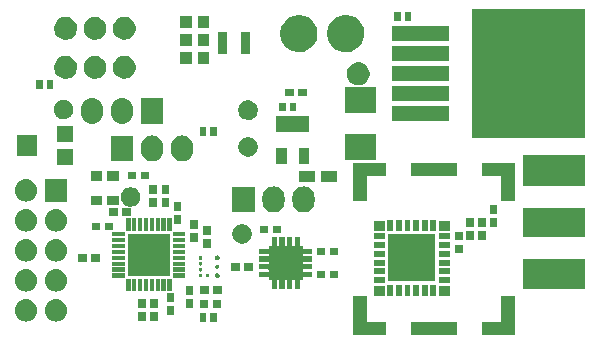
<source format=gbr>
G04 #@! TF.FileFunction,Soldermask,Top*
%FSLAX46Y46*%
G04 Gerber Fmt 4.6, Leading zero omitted, Abs format (unit mm)*
G04 Created by KiCad (PCBNEW 4.0.1-stable) date 2/4/2017 12:52:28 PM*
%MOMM*%
G01*
G04 APERTURE LIST*
%ADD10C,0.100000*%
G04 APERTURE END LIST*
D10*
G36*
X137572200Y-112783000D02*
X137574211Y-112797153D01*
X137580086Y-112810184D01*
X137589358Y-112821064D01*
X137601294Y-112828929D01*
X137614949Y-112833158D01*
X137623000Y-112833800D01*
X139232200Y-112833800D01*
X139232200Y-113986200D01*
X136419800Y-113986200D01*
X136419800Y-110703800D01*
X137572200Y-110703800D01*
X137572200Y-112783000D01*
X137572200Y-112783000D01*
G37*
G36*
X145232200Y-113986200D02*
X141279800Y-113986200D01*
X141279800Y-112833800D01*
X145232200Y-112833800D01*
X145232200Y-113986200D01*
X145232200Y-113986200D01*
G37*
G36*
X150092200Y-113986200D02*
X147279800Y-113986200D01*
X147279800Y-112833800D01*
X148889000Y-112833800D01*
X148903153Y-112831789D01*
X148916184Y-112825914D01*
X148927064Y-112816642D01*
X148934929Y-112804706D01*
X148939158Y-112791051D01*
X148939800Y-112783000D01*
X148939800Y-110703800D01*
X150092200Y-110703800D01*
X150092200Y-113986200D01*
X150092200Y-113986200D01*
G37*
G36*
X124868700Y-112834700D02*
X124316300Y-112834700D01*
X124316300Y-112082300D01*
X124868700Y-112082300D01*
X124868700Y-112834700D01*
X124868700Y-112834700D01*
G37*
G36*
X123968700Y-112834700D02*
X123416300Y-112834700D01*
X123416300Y-112082300D01*
X123968700Y-112082300D01*
X123968700Y-112834700D01*
X123968700Y-112834700D01*
G37*
G36*
X108900926Y-110961842D02*
X108900931Y-110961844D01*
X108900973Y-110961848D01*
X109076187Y-111016086D01*
X109237529Y-111103323D01*
X109378855Y-111220238D01*
X109494779Y-111362376D01*
X109580888Y-111524323D01*
X109633902Y-111699912D01*
X109651800Y-111882453D01*
X109651800Y-111891580D01*
X109651723Y-111902612D01*
X109651722Y-111902617D01*
X109651708Y-111904669D01*
X109631263Y-112086942D01*
X109575803Y-112261774D01*
X109487442Y-112422503D01*
X109369544Y-112563008D01*
X109226600Y-112677938D01*
X109064055Y-112762914D01*
X108888101Y-112814701D01*
X108888065Y-112814704D01*
X108888056Y-112814707D01*
X108705442Y-112831326D01*
X108523074Y-112812158D01*
X108523069Y-112812156D01*
X108523027Y-112812152D01*
X108347813Y-112757914D01*
X108186471Y-112670677D01*
X108045145Y-112553762D01*
X107929221Y-112411624D01*
X107843112Y-112249677D01*
X107790098Y-112074088D01*
X107772200Y-111891547D01*
X107772200Y-111882420D01*
X107772277Y-111871388D01*
X107772278Y-111871383D01*
X107772292Y-111869331D01*
X107792737Y-111687058D01*
X107848197Y-111512226D01*
X107936558Y-111351497D01*
X108054456Y-111210992D01*
X108197400Y-111096062D01*
X108359945Y-111011086D01*
X108535899Y-110959299D01*
X108535935Y-110959296D01*
X108535944Y-110959293D01*
X108718558Y-110942674D01*
X108900926Y-110961842D01*
X108900926Y-110961842D01*
G37*
G36*
X111440926Y-110961842D02*
X111440931Y-110961844D01*
X111440973Y-110961848D01*
X111616187Y-111016086D01*
X111777529Y-111103323D01*
X111918855Y-111220238D01*
X112034779Y-111362376D01*
X112120888Y-111524323D01*
X112173902Y-111699912D01*
X112191800Y-111882453D01*
X112191800Y-111891580D01*
X112191723Y-111902612D01*
X112191722Y-111902617D01*
X112191708Y-111904669D01*
X112171263Y-112086942D01*
X112115803Y-112261774D01*
X112027442Y-112422503D01*
X111909544Y-112563008D01*
X111766600Y-112677938D01*
X111604055Y-112762914D01*
X111428101Y-112814701D01*
X111428065Y-112814704D01*
X111428056Y-112814707D01*
X111245442Y-112831326D01*
X111063074Y-112812158D01*
X111063069Y-112812156D01*
X111063027Y-112812152D01*
X110887813Y-112757914D01*
X110726471Y-112670677D01*
X110585145Y-112553762D01*
X110469221Y-112411624D01*
X110383112Y-112249677D01*
X110330098Y-112074088D01*
X110312200Y-111891547D01*
X110312200Y-111882420D01*
X110312277Y-111871388D01*
X110312278Y-111871383D01*
X110312292Y-111869331D01*
X110332737Y-111687058D01*
X110388197Y-111512226D01*
X110476558Y-111351497D01*
X110594456Y-111210992D01*
X110737400Y-111096062D01*
X110899945Y-111011086D01*
X111075899Y-110959299D01*
X111075935Y-110959296D01*
X111075944Y-110959293D01*
X111258558Y-110942674D01*
X111440926Y-110961842D01*
X111440926Y-110961842D01*
G37*
G36*
X118842600Y-112787800D02*
X118190200Y-112787800D01*
X118190200Y-112035400D01*
X118842600Y-112035400D01*
X118842600Y-112787800D01*
X118842600Y-112787800D01*
G37*
G36*
X119871300Y-112775100D02*
X119218900Y-112775100D01*
X119218900Y-112022700D01*
X119871300Y-112022700D01*
X119871300Y-112775100D01*
X119871300Y-112775100D01*
G37*
G36*
X121281000Y-112305200D02*
X120628600Y-112305200D01*
X120628600Y-111552800D01*
X121281000Y-111552800D01*
X121281000Y-112305200D01*
X121281000Y-112305200D01*
G37*
G36*
X118842600Y-111687800D02*
X118190200Y-111687800D01*
X118190200Y-110935400D01*
X118842600Y-110935400D01*
X118842600Y-111687800D01*
X118842600Y-111687800D01*
G37*
G36*
X119871300Y-111675100D02*
X119218900Y-111675100D01*
X119218900Y-110922700D01*
X119871300Y-110922700D01*
X119871300Y-111675100D01*
X119871300Y-111675100D01*
G37*
G36*
X122881200Y-111670200D02*
X122228800Y-111670200D01*
X122228800Y-110917800D01*
X122881200Y-110917800D01*
X122881200Y-111670200D01*
X122881200Y-111670200D01*
G37*
G36*
X125259200Y-111641700D02*
X124506800Y-111641700D01*
X124506800Y-110989300D01*
X125259200Y-110989300D01*
X125259200Y-111641700D01*
X125259200Y-111641700D01*
G37*
G36*
X124159200Y-111641700D02*
X123406800Y-111641700D01*
X123406800Y-110989300D01*
X124159200Y-110989300D01*
X124159200Y-111641700D01*
X124159200Y-111641700D01*
G37*
G36*
X121281000Y-111205200D02*
X120628600Y-111205200D01*
X120628600Y-110452800D01*
X121281000Y-110452800D01*
X121281000Y-111205200D01*
X121281000Y-111205200D01*
G37*
G36*
X139817500Y-110661500D02*
X139317500Y-110661500D01*
X139317500Y-109761500D01*
X139817500Y-109761500D01*
X139817500Y-110661500D01*
X139817500Y-110661500D01*
G37*
G36*
X143442500Y-110661500D02*
X142942500Y-110661500D01*
X142942500Y-109761500D01*
X143442500Y-109761500D01*
X143442500Y-110661500D01*
X143442500Y-110661500D01*
G37*
G36*
X140542500Y-110661500D02*
X140042500Y-110661500D01*
X140042500Y-109761500D01*
X140542500Y-109761500D01*
X140542500Y-110661500D01*
X140542500Y-110661500D01*
G37*
G36*
X142717500Y-110661500D02*
X142217500Y-110661500D01*
X142217500Y-109761500D01*
X142717500Y-109761500D01*
X142717500Y-110661500D01*
X142717500Y-110661500D01*
G37*
G36*
X141992500Y-110661500D02*
X141492500Y-110661500D01*
X141492500Y-109761500D01*
X141992500Y-109761500D01*
X141992500Y-110661500D01*
X141992500Y-110661500D01*
G37*
G36*
X141267500Y-110661500D02*
X140767500Y-110661500D01*
X140767500Y-109761500D01*
X141267500Y-109761500D01*
X141267500Y-110661500D01*
X141267500Y-110661500D01*
G37*
G36*
X144580500Y-110636500D02*
X143680500Y-110636500D01*
X143680500Y-109786500D01*
X144580500Y-109786500D01*
X144580500Y-110636500D01*
X144580500Y-110636500D01*
G37*
G36*
X139080500Y-110636500D02*
X138180500Y-110636500D01*
X138180500Y-109786500D01*
X139080500Y-109786500D01*
X139080500Y-110636500D01*
X139080500Y-110636500D01*
G37*
G36*
X122881200Y-110570200D02*
X122228800Y-110570200D01*
X122228800Y-109817800D01*
X122881200Y-109817800D01*
X122881200Y-110570200D01*
X122881200Y-110570200D01*
G37*
G36*
X124176200Y-110507200D02*
X123423800Y-110507200D01*
X123423800Y-109854800D01*
X124176200Y-109854800D01*
X124176200Y-110507200D01*
X124176200Y-110507200D01*
G37*
G36*
X125276200Y-110507200D02*
X124523800Y-110507200D01*
X124523800Y-109854800D01*
X125276200Y-109854800D01*
X125276200Y-110507200D01*
X125276200Y-110507200D01*
G37*
G36*
X108900926Y-108421842D02*
X108900931Y-108421844D01*
X108900973Y-108421848D01*
X109076187Y-108476086D01*
X109237529Y-108563323D01*
X109378855Y-108680238D01*
X109494779Y-108822376D01*
X109580888Y-108984323D01*
X109633902Y-109159912D01*
X109651800Y-109342453D01*
X109651800Y-109351580D01*
X109651723Y-109362612D01*
X109651722Y-109362617D01*
X109651708Y-109364669D01*
X109631263Y-109546942D01*
X109575803Y-109721774D01*
X109487442Y-109882503D01*
X109369544Y-110023008D01*
X109226600Y-110137938D01*
X109064055Y-110222914D01*
X108888101Y-110274701D01*
X108888065Y-110274704D01*
X108888056Y-110274707D01*
X108705442Y-110291326D01*
X108523074Y-110272158D01*
X108523069Y-110272156D01*
X108523027Y-110272152D01*
X108347813Y-110217914D01*
X108186471Y-110130677D01*
X108045145Y-110013762D01*
X107929221Y-109871624D01*
X107843112Y-109709677D01*
X107790098Y-109534088D01*
X107772200Y-109351547D01*
X107772200Y-109342420D01*
X107772277Y-109331388D01*
X107772278Y-109331383D01*
X107772292Y-109329331D01*
X107792737Y-109147058D01*
X107848197Y-108972226D01*
X107936558Y-108811497D01*
X108054456Y-108670992D01*
X108197400Y-108556062D01*
X108359945Y-108471086D01*
X108535899Y-108419299D01*
X108535935Y-108419296D01*
X108535944Y-108419293D01*
X108718558Y-108402674D01*
X108900926Y-108421842D01*
X108900926Y-108421842D01*
G37*
G36*
X111440926Y-108421842D02*
X111440931Y-108421844D01*
X111440973Y-108421848D01*
X111616187Y-108476086D01*
X111777529Y-108563323D01*
X111918855Y-108680238D01*
X112034779Y-108822376D01*
X112120888Y-108984323D01*
X112173902Y-109159912D01*
X112191800Y-109342453D01*
X112191800Y-109351580D01*
X112191723Y-109362612D01*
X112191722Y-109362617D01*
X112191708Y-109364669D01*
X112171263Y-109546942D01*
X112115803Y-109721774D01*
X112027442Y-109882503D01*
X111909544Y-110023008D01*
X111766600Y-110137938D01*
X111604055Y-110222914D01*
X111428101Y-110274701D01*
X111428065Y-110274704D01*
X111428056Y-110274707D01*
X111245442Y-110291326D01*
X111063074Y-110272158D01*
X111063069Y-110272156D01*
X111063027Y-110272152D01*
X110887813Y-110217914D01*
X110726471Y-110130677D01*
X110585145Y-110013762D01*
X110469221Y-109871624D01*
X110383112Y-109709677D01*
X110330098Y-109534088D01*
X110312200Y-109351547D01*
X110312200Y-109342420D01*
X110312277Y-109331388D01*
X110312278Y-109331383D01*
X110312292Y-109329331D01*
X110332737Y-109147058D01*
X110388197Y-108972226D01*
X110476558Y-108811497D01*
X110594456Y-108670992D01*
X110737400Y-108556062D01*
X110899945Y-108471086D01*
X111075899Y-108419299D01*
X111075935Y-108419296D01*
X111075944Y-108419293D01*
X111258558Y-108402674D01*
X111440926Y-108421842D01*
X111440926Y-108421842D01*
G37*
G36*
X117566000Y-110278000D02*
X117186000Y-110278000D01*
X117186000Y-109188000D01*
X117566000Y-109188000D01*
X117566000Y-110278000D01*
X117566000Y-110278000D01*
G37*
G36*
X118066000Y-110278000D02*
X117686000Y-110278000D01*
X117686000Y-109188000D01*
X118066000Y-109188000D01*
X118066000Y-110278000D01*
X118066000Y-110278000D01*
G37*
G36*
X118566000Y-110278000D02*
X118186000Y-110278000D01*
X118186000Y-109188000D01*
X118566000Y-109188000D01*
X118566000Y-110278000D01*
X118566000Y-110278000D01*
G37*
G36*
X119066000Y-110278000D02*
X118686000Y-110278000D01*
X118686000Y-109188000D01*
X119066000Y-109188000D01*
X119066000Y-110278000D01*
X119066000Y-110278000D01*
G37*
G36*
X119566000Y-110278000D02*
X119186000Y-110278000D01*
X119186000Y-109188000D01*
X119566000Y-109188000D01*
X119566000Y-110278000D01*
X119566000Y-110278000D01*
G37*
G36*
X120066000Y-110278000D02*
X119686000Y-110278000D01*
X119686000Y-109188000D01*
X120066000Y-109188000D01*
X120066000Y-110278000D01*
X120066000Y-110278000D01*
G37*
G36*
X120566000Y-110278000D02*
X120186000Y-110278000D01*
X120186000Y-109188000D01*
X120566000Y-109188000D01*
X120566000Y-110278000D01*
X120566000Y-110278000D01*
G37*
G36*
X121066000Y-110278000D02*
X120686000Y-110278000D01*
X120686000Y-109188000D01*
X121066000Y-109188000D01*
X121066000Y-110278000D01*
X121066000Y-110278000D01*
G37*
G36*
X129959600Y-106391720D02*
X129961611Y-106405873D01*
X129967486Y-106418904D01*
X129976758Y-106429784D01*
X129988694Y-106437649D01*
X130002349Y-106441878D01*
X130010400Y-106442520D01*
X130106400Y-106442520D01*
X130120553Y-106440509D01*
X130133584Y-106434634D01*
X130144464Y-106425362D01*
X130152329Y-106413426D01*
X130156558Y-106399771D01*
X130157200Y-106391720D01*
X130157200Y-105642520D01*
X130609600Y-105642520D01*
X130609600Y-106391720D01*
X130611611Y-106405873D01*
X130617486Y-106418904D01*
X130626758Y-106429784D01*
X130638694Y-106437649D01*
X130652349Y-106441878D01*
X130660400Y-106442520D01*
X130756400Y-106442520D01*
X130770553Y-106440509D01*
X130783584Y-106434634D01*
X130794464Y-106425362D01*
X130802329Y-106413426D01*
X130806558Y-106399771D01*
X130807200Y-106391720D01*
X130807200Y-105642520D01*
X131259600Y-105642520D01*
X131259600Y-106391720D01*
X131261611Y-106405873D01*
X131267486Y-106418904D01*
X131276758Y-106429784D01*
X131288694Y-106437649D01*
X131302349Y-106441878D01*
X131310400Y-106442520D01*
X131406400Y-106442520D01*
X131420553Y-106440509D01*
X131433584Y-106434634D01*
X131444464Y-106425362D01*
X131452329Y-106413426D01*
X131456558Y-106399771D01*
X131457200Y-106391720D01*
X131457200Y-105642520D01*
X131909600Y-105642520D01*
X131909600Y-106391720D01*
X131911611Y-106405873D01*
X131917486Y-106418904D01*
X131926758Y-106429784D01*
X131938694Y-106437649D01*
X131952349Y-106441878D01*
X131960400Y-106442520D01*
X132134600Y-106442520D01*
X132134600Y-106616720D01*
X132136611Y-106630873D01*
X132142486Y-106643904D01*
X132151758Y-106654784D01*
X132163694Y-106662649D01*
X132177349Y-106666878D01*
X132185400Y-106667520D01*
X132934600Y-106667520D01*
X132934600Y-107119920D01*
X132185400Y-107119920D01*
X132171247Y-107121931D01*
X132158216Y-107127806D01*
X132147336Y-107137078D01*
X132139471Y-107149014D01*
X132135242Y-107162669D01*
X132134600Y-107170720D01*
X132134600Y-107266720D01*
X132136611Y-107280873D01*
X132142486Y-107293904D01*
X132151758Y-107304784D01*
X132163694Y-107312649D01*
X132177349Y-107316878D01*
X132185400Y-107317520D01*
X132934600Y-107317520D01*
X132934600Y-107769920D01*
X132185400Y-107769920D01*
X132171247Y-107771931D01*
X132158216Y-107777806D01*
X132147336Y-107787078D01*
X132139471Y-107799014D01*
X132135242Y-107812669D01*
X132134600Y-107820720D01*
X132134600Y-107916720D01*
X132136611Y-107930873D01*
X132142486Y-107943904D01*
X132151758Y-107954784D01*
X132163694Y-107962649D01*
X132177349Y-107966878D01*
X132185400Y-107967520D01*
X132934600Y-107967520D01*
X132934600Y-108419920D01*
X132185400Y-108419920D01*
X132171247Y-108421931D01*
X132158216Y-108427806D01*
X132147336Y-108437078D01*
X132139471Y-108449014D01*
X132135242Y-108462669D01*
X132134600Y-108470720D01*
X132134600Y-108566720D01*
X132136611Y-108580873D01*
X132142486Y-108593904D01*
X132151758Y-108604784D01*
X132163694Y-108612649D01*
X132177349Y-108616878D01*
X132185400Y-108617520D01*
X132934600Y-108617520D01*
X132934600Y-109069920D01*
X132185400Y-109069920D01*
X132171247Y-109071931D01*
X132158216Y-109077806D01*
X132147336Y-109087078D01*
X132139471Y-109099014D01*
X132135242Y-109112669D01*
X132134600Y-109120720D01*
X132134600Y-109294920D01*
X131960400Y-109294920D01*
X131946247Y-109296931D01*
X131933216Y-109302806D01*
X131922336Y-109312078D01*
X131914471Y-109324014D01*
X131910242Y-109337669D01*
X131909600Y-109345720D01*
X131909600Y-110094920D01*
X131457200Y-110094920D01*
X131457200Y-109345720D01*
X131455189Y-109331567D01*
X131449314Y-109318536D01*
X131440042Y-109307656D01*
X131428106Y-109299791D01*
X131414451Y-109295562D01*
X131406400Y-109294920D01*
X131310400Y-109294920D01*
X131296247Y-109296931D01*
X131283216Y-109302806D01*
X131272336Y-109312078D01*
X131264471Y-109324014D01*
X131260242Y-109337669D01*
X131259600Y-109345720D01*
X131259600Y-110094920D01*
X130807200Y-110094920D01*
X130807200Y-109345720D01*
X130805189Y-109331567D01*
X130799314Y-109318536D01*
X130790042Y-109307656D01*
X130778106Y-109299791D01*
X130764451Y-109295562D01*
X130756400Y-109294920D01*
X130660400Y-109294920D01*
X130646247Y-109296931D01*
X130633216Y-109302806D01*
X130622336Y-109312078D01*
X130614471Y-109324014D01*
X130610242Y-109337669D01*
X130609600Y-109345720D01*
X130609600Y-110094920D01*
X130157200Y-110094920D01*
X130157200Y-109345720D01*
X130155189Y-109331567D01*
X130149314Y-109318536D01*
X130140042Y-109307656D01*
X130128106Y-109299791D01*
X130114451Y-109295562D01*
X130106400Y-109294920D01*
X130010400Y-109294920D01*
X129996247Y-109296931D01*
X129983216Y-109302806D01*
X129972336Y-109312078D01*
X129964471Y-109324014D01*
X129960242Y-109337669D01*
X129959600Y-109345720D01*
X129959600Y-110094920D01*
X129507200Y-110094920D01*
X129507200Y-109345720D01*
X129505189Y-109331567D01*
X129499314Y-109318536D01*
X129490042Y-109307656D01*
X129478106Y-109299791D01*
X129464451Y-109295562D01*
X129456400Y-109294920D01*
X129282200Y-109294920D01*
X129282200Y-109120720D01*
X129280189Y-109106567D01*
X129274314Y-109093536D01*
X129265042Y-109082656D01*
X129253106Y-109074791D01*
X129239451Y-109070562D01*
X129231400Y-109069920D01*
X128482200Y-109069920D01*
X128482200Y-108617520D01*
X129231400Y-108617520D01*
X129245553Y-108615509D01*
X129258584Y-108609634D01*
X129269464Y-108600362D01*
X129277329Y-108588426D01*
X129281558Y-108574771D01*
X129282200Y-108566720D01*
X129282200Y-108470720D01*
X129280189Y-108456567D01*
X129274314Y-108443536D01*
X129265042Y-108432656D01*
X129253106Y-108424791D01*
X129239451Y-108420562D01*
X129231400Y-108419920D01*
X128482200Y-108419920D01*
X128482200Y-107967520D01*
X129231400Y-107967520D01*
X129245553Y-107965509D01*
X129258584Y-107959634D01*
X129269464Y-107950362D01*
X129277329Y-107938426D01*
X129281558Y-107924771D01*
X129282200Y-107916720D01*
X129282200Y-107820720D01*
X129280189Y-107806567D01*
X129274314Y-107793536D01*
X129265042Y-107782656D01*
X129253106Y-107774791D01*
X129239451Y-107770562D01*
X129231400Y-107769920D01*
X128482200Y-107769920D01*
X128482200Y-107317520D01*
X129231400Y-107317520D01*
X129245553Y-107315509D01*
X129258584Y-107309634D01*
X129269464Y-107300362D01*
X129277329Y-107288426D01*
X129281558Y-107274771D01*
X129282200Y-107266720D01*
X129282200Y-107170720D01*
X129280189Y-107156567D01*
X129274314Y-107143536D01*
X129265042Y-107132656D01*
X129253106Y-107124791D01*
X129239451Y-107120562D01*
X129231400Y-107119920D01*
X128482200Y-107119920D01*
X128482200Y-106667520D01*
X129231400Y-106667520D01*
X129245553Y-106665509D01*
X129258584Y-106659634D01*
X129269464Y-106650362D01*
X129277329Y-106638426D01*
X129281558Y-106624771D01*
X129282200Y-106616720D01*
X129282200Y-106442520D01*
X129456400Y-106442520D01*
X129470553Y-106440509D01*
X129483584Y-106434634D01*
X129494464Y-106425362D01*
X129502329Y-106413426D01*
X129506558Y-106399771D01*
X129507200Y-106391720D01*
X129507200Y-105642520D01*
X129959600Y-105642520D01*
X129959600Y-106391720D01*
X129959600Y-106391720D01*
G37*
G36*
X156006800Y-110085600D02*
X150774400Y-110085600D01*
X150774400Y-107518200D01*
X156006800Y-107518200D01*
X156006800Y-110085600D01*
X156006800Y-110085600D01*
G37*
G36*
X139080500Y-109586500D02*
X138180500Y-109586500D01*
X138180500Y-109086500D01*
X139080500Y-109086500D01*
X139080500Y-109586500D01*
X139080500Y-109586500D01*
G37*
G36*
X144580500Y-109586500D02*
X143680500Y-109586500D01*
X143680500Y-109086500D01*
X144580500Y-109086500D01*
X144580500Y-109586500D01*
X144580500Y-109586500D01*
G37*
G36*
X143338500Y-109429500D02*
X139363500Y-109429500D01*
X139363500Y-105454500D01*
X143338500Y-105454500D01*
X143338500Y-109429500D01*
X143338500Y-109429500D01*
G37*
G36*
X134065200Y-109169800D02*
X133312800Y-109169800D01*
X133312800Y-108517400D01*
X134065200Y-108517400D01*
X134065200Y-109169800D01*
X134065200Y-109169800D01*
G37*
G36*
X135165200Y-109169800D02*
X134412800Y-109169800D01*
X134412800Y-108517400D01*
X135165200Y-108517400D01*
X135165200Y-109169800D01*
X135165200Y-109169800D01*
G37*
G36*
X124932061Y-108728138D02*
X124972396Y-108736418D01*
X125010368Y-108752380D01*
X125044507Y-108775407D01*
X125073528Y-108804630D01*
X125096319Y-108838934D01*
X125112011Y-108877006D01*
X125119941Y-108917059D01*
X125119941Y-108917064D01*
X125120009Y-108917408D01*
X125119352Y-108964447D01*
X125119275Y-108964785D01*
X125119275Y-108964799D01*
X125110231Y-109004607D01*
X125093479Y-109042232D01*
X125069741Y-109075884D01*
X125039918Y-109104283D01*
X125005142Y-109126353D01*
X124966748Y-109141245D01*
X124926190Y-109148397D01*
X124885015Y-109147534D01*
X124844790Y-109138690D01*
X124807051Y-109122202D01*
X124773236Y-109098700D01*
X124744628Y-109069075D01*
X124722318Y-109034456D01*
X124707155Y-108996161D01*
X124699722Y-108955659D01*
X124700296Y-108914479D01*
X124708860Y-108874193D01*
X124725081Y-108836345D01*
X124748353Y-108802358D01*
X124777774Y-108773546D01*
X124812235Y-108750996D01*
X124850425Y-108735566D01*
X124890872Y-108727851D01*
X124932061Y-108728138D01*
X124932061Y-108728138D01*
G37*
G36*
X122216000Y-109128000D02*
X121126000Y-109128000D01*
X121126000Y-108748000D01*
X122216000Y-108748000D01*
X122216000Y-109128000D01*
X122216000Y-109128000D01*
G37*
G36*
X117126000Y-109128000D02*
X116036000Y-109128000D01*
X116036000Y-108748000D01*
X117126000Y-108748000D01*
X117126000Y-109128000D01*
X117126000Y-109128000D01*
G37*
G36*
X123502809Y-108778104D02*
X123533539Y-108784413D01*
X123562471Y-108796575D01*
X123588484Y-108814121D01*
X123610591Y-108836382D01*
X123627958Y-108862522D01*
X123639915Y-108891532D01*
X123645940Y-108921958D01*
X123645940Y-108921972D01*
X123646007Y-108922311D01*
X123645506Y-108958150D01*
X123645430Y-108958484D01*
X123645430Y-108958498D01*
X123638556Y-108988750D01*
X123625792Y-109017417D01*
X123607710Y-109043052D01*
X123584981Y-109064695D01*
X123558490Y-109081508D01*
X123529237Y-109092854D01*
X123498336Y-109098303D01*
X123466963Y-109097645D01*
X123436319Y-109090908D01*
X123407565Y-109078345D01*
X123381795Y-109060435D01*
X123360000Y-109037866D01*
X123343005Y-109011493D01*
X123331451Y-108982313D01*
X123325788Y-108951455D01*
X123326225Y-108920079D01*
X123332749Y-108889387D01*
X123345111Y-108860544D01*
X123362838Y-108834655D01*
X123385257Y-108812701D01*
X123411513Y-108795519D01*
X123440607Y-108783765D01*
X123471426Y-108777886D01*
X123502809Y-108778104D01*
X123502809Y-108778104D01*
G37*
G36*
X124106809Y-108778104D02*
X124137539Y-108784413D01*
X124166471Y-108796575D01*
X124192484Y-108814121D01*
X124214591Y-108836382D01*
X124231958Y-108862522D01*
X124243915Y-108891532D01*
X124249940Y-108921958D01*
X124249940Y-108921972D01*
X124250007Y-108922311D01*
X124249506Y-108958150D01*
X124249430Y-108958484D01*
X124249430Y-108958498D01*
X124242556Y-108988750D01*
X124229792Y-109017417D01*
X124211710Y-109043052D01*
X124188981Y-109064695D01*
X124162490Y-109081508D01*
X124133237Y-109092854D01*
X124102336Y-109098303D01*
X124070963Y-109097645D01*
X124040319Y-109090908D01*
X124011565Y-109078345D01*
X123985795Y-109060435D01*
X123964000Y-109037866D01*
X123947005Y-109011493D01*
X123935451Y-108982313D01*
X123929788Y-108951455D01*
X123930225Y-108920079D01*
X123936749Y-108889387D01*
X123949111Y-108860544D01*
X123966838Y-108834655D01*
X123989257Y-108812701D01*
X124015513Y-108795519D01*
X124044607Y-108783765D01*
X124075426Y-108777886D01*
X124106809Y-108778104D01*
X124106809Y-108778104D01*
G37*
G36*
X120901000Y-108963000D02*
X117351000Y-108963000D01*
X117351000Y-105413000D01*
X120901000Y-105413000D01*
X120901000Y-108963000D01*
X120901000Y-108963000D01*
G37*
G36*
X139080500Y-108836500D02*
X138180500Y-108836500D01*
X138180500Y-108336500D01*
X139080500Y-108336500D01*
X139080500Y-108836500D01*
X139080500Y-108836500D01*
G37*
G36*
X144580500Y-108836500D02*
X143680500Y-108836500D01*
X143680500Y-108336500D01*
X144580500Y-108336500D01*
X144580500Y-108836500D01*
X144580500Y-108836500D01*
G37*
G36*
X117126000Y-108628000D02*
X116036000Y-108628000D01*
X116036000Y-108248000D01*
X117126000Y-108248000D01*
X117126000Y-108628000D01*
X117126000Y-108628000D01*
G37*
G36*
X122216000Y-108628000D02*
X121126000Y-108628000D01*
X121126000Y-108248000D01*
X122216000Y-108248000D01*
X122216000Y-108628000D01*
X122216000Y-108628000D01*
G37*
G36*
X123502809Y-108278104D02*
X123533539Y-108284413D01*
X123562471Y-108296575D01*
X123588484Y-108314121D01*
X123610591Y-108336382D01*
X123627958Y-108362522D01*
X123639915Y-108391532D01*
X123645940Y-108421958D01*
X123645940Y-108421972D01*
X123646007Y-108422311D01*
X123645506Y-108458150D01*
X123645430Y-108458484D01*
X123645430Y-108458498D01*
X123638556Y-108488750D01*
X123625792Y-108517417D01*
X123607710Y-108543052D01*
X123584981Y-108564695D01*
X123558490Y-108581508D01*
X123529237Y-108592854D01*
X123498336Y-108598303D01*
X123466963Y-108597645D01*
X123436319Y-108590908D01*
X123407565Y-108578345D01*
X123381795Y-108560435D01*
X123360000Y-108537866D01*
X123343005Y-108511493D01*
X123331451Y-108482313D01*
X123325788Y-108451455D01*
X123326225Y-108420079D01*
X123332749Y-108389387D01*
X123345111Y-108360544D01*
X123362838Y-108334655D01*
X123385257Y-108312701D01*
X123411513Y-108295519D01*
X123440607Y-108283765D01*
X123471426Y-108277886D01*
X123502809Y-108278104D01*
X123502809Y-108278104D01*
G37*
G36*
X126826200Y-108530200D02*
X126073800Y-108530200D01*
X126073800Y-107877800D01*
X126826200Y-107877800D01*
X126826200Y-108530200D01*
X126826200Y-108530200D01*
G37*
G36*
X127926200Y-108530200D02*
X127173800Y-108530200D01*
X127173800Y-107877800D01*
X127926200Y-107877800D01*
X127926200Y-108530200D01*
X127926200Y-108530200D01*
G37*
G36*
X124926809Y-108028104D02*
X124957539Y-108034413D01*
X124986471Y-108046575D01*
X125012484Y-108064121D01*
X125034591Y-108086382D01*
X125051958Y-108112522D01*
X125063915Y-108141532D01*
X125069940Y-108171958D01*
X125069940Y-108171972D01*
X125070007Y-108172311D01*
X125069506Y-108208150D01*
X125069430Y-108208484D01*
X125069430Y-108208498D01*
X125062556Y-108238750D01*
X125049792Y-108267417D01*
X125031710Y-108293052D01*
X125008981Y-108314695D01*
X124982490Y-108331508D01*
X124953237Y-108342854D01*
X124922336Y-108348303D01*
X124890963Y-108347645D01*
X124860319Y-108340908D01*
X124831565Y-108328345D01*
X124805795Y-108310435D01*
X124784000Y-108287866D01*
X124767005Y-108261493D01*
X124755451Y-108232313D01*
X124749788Y-108201455D01*
X124750225Y-108170079D01*
X124756749Y-108139387D01*
X124769111Y-108110544D01*
X124786838Y-108084655D01*
X124809257Y-108062701D01*
X124835513Y-108045519D01*
X124864607Y-108033765D01*
X124895426Y-108027886D01*
X124926809Y-108028104D01*
X124926809Y-108028104D01*
G37*
G36*
X117126000Y-108128000D02*
X116036000Y-108128000D01*
X116036000Y-107748000D01*
X117126000Y-107748000D01*
X117126000Y-108128000D01*
X117126000Y-108128000D01*
G37*
G36*
X122216000Y-108128000D02*
X121126000Y-108128000D01*
X121126000Y-107748000D01*
X122216000Y-107748000D01*
X122216000Y-108128000D01*
X122216000Y-108128000D01*
G37*
G36*
X123502809Y-107778104D02*
X123533539Y-107784413D01*
X123562471Y-107796575D01*
X123588484Y-107814121D01*
X123610591Y-107836382D01*
X123627958Y-107862522D01*
X123639915Y-107891532D01*
X123645940Y-107921958D01*
X123645940Y-107921972D01*
X123646007Y-107922311D01*
X123645506Y-107958150D01*
X123645430Y-107958484D01*
X123645430Y-107958498D01*
X123638556Y-107988750D01*
X123625792Y-108017417D01*
X123607710Y-108043052D01*
X123584981Y-108064695D01*
X123558490Y-108081508D01*
X123529237Y-108092854D01*
X123498336Y-108098303D01*
X123466963Y-108097645D01*
X123436319Y-108090908D01*
X123407565Y-108078345D01*
X123381795Y-108060435D01*
X123360000Y-108037866D01*
X123343005Y-108011493D01*
X123331451Y-107982313D01*
X123325788Y-107951455D01*
X123326225Y-107920079D01*
X123332749Y-107889387D01*
X123345111Y-107860544D01*
X123362838Y-107834655D01*
X123385257Y-107812701D01*
X123411513Y-107795519D01*
X123440607Y-107783765D01*
X123471426Y-107777886D01*
X123502809Y-107778104D01*
X123502809Y-107778104D01*
G37*
G36*
X139080500Y-108086500D02*
X138180500Y-108086500D01*
X138180500Y-107586500D01*
X139080500Y-107586500D01*
X139080500Y-108086500D01*
X139080500Y-108086500D01*
G37*
G36*
X144580500Y-108086500D02*
X143680500Y-108086500D01*
X143680500Y-107586500D01*
X144580500Y-107586500D01*
X144580500Y-108086500D01*
X144580500Y-108086500D01*
G37*
G36*
X113872200Y-107768200D02*
X113119800Y-107768200D01*
X113119800Y-107115800D01*
X113872200Y-107115800D01*
X113872200Y-107768200D01*
X113872200Y-107768200D01*
G37*
G36*
X114972200Y-107768200D02*
X114219800Y-107768200D01*
X114219800Y-107115800D01*
X114972200Y-107115800D01*
X114972200Y-107768200D01*
X114972200Y-107768200D01*
G37*
G36*
X111440926Y-105881842D02*
X111440931Y-105881844D01*
X111440973Y-105881848D01*
X111616187Y-105936086D01*
X111777529Y-106023323D01*
X111918855Y-106140238D01*
X112034779Y-106282376D01*
X112120888Y-106444323D01*
X112173902Y-106619912D01*
X112191800Y-106802453D01*
X112191800Y-106811580D01*
X112191723Y-106822612D01*
X112191722Y-106822617D01*
X112191708Y-106824669D01*
X112171263Y-107006942D01*
X112115803Y-107181774D01*
X112027442Y-107342503D01*
X111909544Y-107483008D01*
X111766600Y-107597938D01*
X111604055Y-107682914D01*
X111428101Y-107734701D01*
X111428065Y-107734704D01*
X111428056Y-107734707D01*
X111245442Y-107751326D01*
X111063074Y-107732158D01*
X111063069Y-107732156D01*
X111063027Y-107732152D01*
X110887813Y-107677914D01*
X110726471Y-107590677D01*
X110585145Y-107473762D01*
X110469221Y-107331624D01*
X110383112Y-107169677D01*
X110330098Y-106994088D01*
X110312200Y-106811547D01*
X110312200Y-106802420D01*
X110312277Y-106791388D01*
X110312278Y-106791383D01*
X110312292Y-106789331D01*
X110332737Y-106607058D01*
X110388197Y-106432226D01*
X110476558Y-106271497D01*
X110594456Y-106130992D01*
X110737400Y-106016062D01*
X110899945Y-105931086D01*
X111075899Y-105879299D01*
X111075935Y-105879296D01*
X111075944Y-105879293D01*
X111258558Y-105862674D01*
X111440926Y-105881842D01*
X111440926Y-105881842D01*
G37*
G36*
X108900926Y-105881842D02*
X108900931Y-105881844D01*
X108900973Y-105881848D01*
X109076187Y-105936086D01*
X109237529Y-106023323D01*
X109378855Y-106140238D01*
X109494779Y-106282376D01*
X109580888Y-106444323D01*
X109633902Y-106619912D01*
X109651800Y-106802453D01*
X109651800Y-106811580D01*
X109651723Y-106822612D01*
X109651722Y-106822617D01*
X109651708Y-106824669D01*
X109631263Y-107006942D01*
X109575803Y-107181774D01*
X109487442Y-107342503D01*
X109369544Y-107483008D01*
X109226600Y-107597938D01*
X109064055Y-107682914D01*
X108888101Y-107734701D01*
X108888065Y-107734704D01*
X108888056Y-107734707D01*
X108705442Y-107751326D01*
X108523074Y-107732158D01*
X108523069Y-107732156D01*
X108523027Y-107732152D01*
X108347813Y-107677914D01*
X108186471Y-107590677D01*
X108045145Y-107473762D01*
X107929221Y-107331624D01*
X107843112Y-107169677D01*
X107790098Y-106994088D01*
X107772200Y-106811547D01*
X107772200Y-106802420D01*
X107772277Y-106791388D01*
X107772278Y-106791383D01*
X107772292Y-106789331D01*
X107792737Y-106607058D01*
X107848197Y-106432226D01*
X107936558Y-106271497D01*
X108054456Y-106130992D01*
X108197400Y-106016062D01*
X108359945Y-105931086D01*
X108535899Y-105879299D01*
X108535935Y-105879296D01*
X108535944Y-105879293D01*
X108718558Y-105862674D01*
X108900926Y-105881842D01*
X108900926Y-105881842D01*
G37*
G36*
X124932061Y-107228138D02*
X124972396Y-107236418D01*
X125010368Y-107252380D01*
X125044507Y-107275407D01*
X125073528Y-107304630D01*
X125096319Y-107338934D01*
X125112011Y-107377006D01*
X125119941Y-107417059D01*
X125119941Y-107417064D01*
X125120009Y-107417408D01*
X125119352Y-107464447D01*
X125119275Y-107464785D01*
X125119275Y-107464799D01*
X125110231Y-107504607D01*
X125093479Y-107542232D01*
X125069741Y-107575884D01*
X125039918Y-107604283D01*
X125005142Y-107626353D01*
X124966748Y-107641245D01*
X124926190Y-107648397D01*
X124885015Y-107647534D01*
X124844790Y-107638690D01*
X124807051Y-107622202D01*
X124773236Y-107598700D01*
X124744628Y-107569075D01*
X124722318Y-107534456D01*
X124707155Y-107496161D01*
X124699722Y-107455659D01*
X124700296Y-107414479D01*
X124708860Y-107374193D01*
X124725081Y-107336345D01*
X124748353Y-107302358D01*
X124777774Y-107273546D01*
X124812235Y-107250996D01*
X124850425Y-107235566D01*
X124890872Y-107227851D01*
X124932061Y-107228138D01*
X124932061Y-107228138D01*
G37*
G36*
X122216000Y-107628000D02*
X121126000Y-107628000D01*
X121126000Y-107248000D01*
X122216000Y-107248000D01*
X122216000Y-107628000D01*
X122216000Y-107628000D01*
G37*
G36*
X117126000Y-107628000D02*
X116036000Y-107628000D01*
X116036000Y-107248000D01*
X117126000Y-107248000D01*
X117126000Y-107628000D01*
X117126000Y-107628000D01*
G37*
G36*
X123502809Y-107278104D02*
X123533539Y-107284413D01*
X123562471Y-107296575D01*
X123588484Y-107314121D01*
X123610591Y-107336382D01*
X123627958Y-107362522D01*
X123639915Y-107391532D01*
X123645940Y-107421958D01*
X123645940Y-107421972D01*
X123646007Y-107422311D01*
X123645506Y-107458150D01*
X123645430Y-107458484D01*
X123645430Y-107458498D01*
X123638556Y-107488750D01*
X123625792Y-107517417D01*
X123607710Y-107543052D01*
X123584981Y-107564695D01*
X123558490Y-107581508D01*
X123529237Y-107592854D01*
X123498336Y-107598303D01*
X123466963Y-107597645D01*
X123436319Y-107590908D01*
X123407565Y-107578345D01*
X123381795Y-107560435D01*
X123360000Y-107537866D01*
X123343005Y-107511493D01*
X123331451Y-107482313D01*
X123325788Y-107451455D01*
X123326225Y-107420079D01*
X123332749Y-107389387D01*
X123345111Y-107360544D01*
X123362838Y-107334655D01*
X123385257Y-107312701D01*
X123411513Y-107295519D01*
X123440607Y-107283765D01*
X123471426Y-107277886D01*
X123502809Y-107278104D01*
X123502809Y-107278104D01*
G37*
G36*
X144580500Y-107336500D02*
X143680500Y-107336500D01*
X143680500Y-106836500D01*
X144580500Y-106836500D01*
X144580500Y-107336500D01*
X144580500Y-107336500D01*
G37*
G36*
X139080500Y-107336500D02*
X138180500Y-107336500D01*
X138180500Y-106836500D01*
X139080500Y-106836500D01*
X139080500Y-107336500D01*
X139080500Y-107336500D01*
G37*
G36*
X134065200Y-107218960D02*
X133312800Y-107218960D01*
X133312800Y-106566560D01*
X134065200Y-106566560D01*
X134065200Y-107218960D01*
X134065200Y-107218960D01*
G37*
G36*
X135165200Y-107218960D02*
X134412800Y-107218960D01*
X134412800Y-106566560D01*
X135165200Y-106566560D01*
X135165200Y-107218960D01*
X135165200Y-107218960D01*
G37*
G36*
X122216000Y-107128000D02*
X121126000Y-107128000D01*
X121126000Y-106748000D01*
X122216000Y-106748000D01*
X122216000Y-107128000D01*
X122216000Y-107128000D01*
G37*
G36*
X117126000Y-107128000D02*
X116036000Y-107128000D01*
X116036000Y-106748000D01*
X117126000Y-106748000D01*
X117126000Y-107128000D01*
X117126000Y-107128000D01*
G37*
G36*
X145690400Y-107060100D02*
X145038000Y-107060100D01*
X145038000Y-106307700D01*
X145690400Y-106307700D01*
X145690400Y-107060100D01*
X145690400Y-107060100D01*
G37*
G36*
X117126000Y-106628000D02*
X116036000Y-106628000D01*
X116036000Y-106248000D01*
X117126000Y-106248000D01*
X117126000Y-106628000D01*
X117126000Y-106628000D01*
G37*
G36*
X122216000Y-106628000D02*
X121126000Y-106628000D01*
X121126000Y-106248000D01*
X122216000Y-106248000D01*
X122216000Y-106628000D01*
X122216000Y-106628000D01*
G37*
G36*
X124392500Y-106602900D02*
X123740100Y-106602900D01*
X123740100Y-105850500D01*
X124392500Y-105850500D01*
X124392500Y-106602900D01*
X124392500Y-106602900D01*
G37*
G36*
X144580500Y-106586500D02*
X143680500Y-106586500D01*
X143680500Y-106086500D01*
X144580500Y-106086500D01*
X144580500Y-106586500D01*
X144580500Y-106586500D01*
G37*
G36*
X139080500Y-106586500D02*
X138180500Y-106586500D01*
X138180500Y-106086500D01*
X139080500Y-106086500D01*
X139080500Y-106586500D01*
X139080500Y-106586500D01*
G37*
G36*
X127086783Y-104584349D02*
X127245493Y-104616928D01*
X127394866Y-104679718D01*
X127529190Y-104770322D01*
X127643359Y-104885290D01*
X127733021Y-105020243D01*
X127794765Y-105170044D01*
X127823954Y-105317460D01*
X127826236Y-105328987D01*
X127823652Y-105514051D01*
X127823574Y-105514394D01*
X127823574Y-105514398D01*
X127787755Y-105672055D01*
X127721855Y-105820069D01*
X127628457Y-105952468D01*
X127511121Y-106064206D01*
X127374317Y-106151025D01*
X127223257Y-106209617D01*
X127063694Y-106237753D01*
X126901701Y-106234359D01*
X126743453Y-106199566D01*
X126594977Y-106134698D01*
X126461933Y-106042230D01*
X126349380Y-105925678D01*
X126261608Y-105789482D01*
X126201960Y-105638829D01*
X126172713Y-105479472D01*
X126174974Y-105317460D01*
X126208662Y-105158972D01*
X126272490Y-105010049D01*
X126364031Y-104876358D01*
X126479793Y-104762995D01*
X126615373Y-104674274D01*
X126765602Y-104613577D01*
X126924755Y-104583218D01*
X127086783Y-104584349D01*
X127086783Y-104584349D01*
G37*
G36*
X117126000Y-106128000D02*
X116036000Y-106128000D01*
X116036000Y-105748000D01*
X117126000Y-105748000D01*
X117126000Y-106128000D01*
X117126000Y-106128000D01*
G37*
G36*
X122216000Y-106128000D02*
X121126000Y-106128000D01*
X121126000Y-105748000D01*
X122216000Y-105748000D01*
X122216000Y-106128000D01*
X122216000Y-106128000D01*
G37*
G36*
X123262200Y-106082200D02*
X122609800Y-106082200D01*
X122609800Y-105329800D01*
X123262200Y-105329800D01*
X123262200Y-106082200D01*
X123262200Y-106082200D01*
G37*
G36*
X145690400Y-105960100D02*
X145038000Y-105960100D01*
X145038000Y-105207700D01*
X145690400Y-105207700D01*
X145690400Y-105960100D01*
X145690400Y-105960100D01*
G37*
G36*
X146655600Y-105955200D02*
X146003200Y-105955200D01*
X146003200Y-105202800D01*
X146655600Y-105202800D01*
X146655600Y-105955200D01*
X146655600Y-105955200D01*
G37*
G36*
X147620800Y-105955200D02*
X146968400Y-105955200D01*
X146968400Y-105202800D01*
X147620800Y-105202800D01*
X147620800Y-105955200D01*
X147620800Y-105955200D01*
G37*
G36*
X139080500Y-105836500D02*
X138180500Y-105836500D01*
X138180500Y-105336500D01*
X139080500Y-105336500D01*
X139080500Y-105836500D01*
X139080500Y-105836500D01*
G37*
G36*
X144580500Y-105836500D02*
X143680500Y-105836500D01*
X143680500Y-105336500D01*
X144580500Y-105336500D01*
X144580500Y-105836500D01*
X144580500Y-105836500D01*
G37*
G36*
X156006800Y-105640600D02*
X150774400Y-105640600D01*
X150774400Y-103198200D01*
X156006800Y-103198200D01*
X156006800Y-105640600D01*
X156006800Y-105640600D01*
G37*
G36*
X122216000Y-105628000D02*
X121126000Y-105628000D01*
X121126000Y-105248000D01*
X122216000Y-105248000D01*
X122216000Y-105628000D01*
X122216000Y-105628000D01*
G37*
G36*
X117126000Y-105628000D02*
X116036000Y-105628000D01*
X116036000Y-105248000D01*
X117126000Y-105248000D01*
X117126000Y-105628000D01*
X117126000Y-105628000D01*
G37*
G36*
X124392500Y-105502900D02*
X123740100Y-105502900D01*
X123740100Y-104750500D01*
X124392500Y-104750500D01*
X124392500Y-105502900D01*
X124392500Y-105502900D01*
G37*
G36*
X130339200Y-105355200D02*
X129586800Y-105355200D01*
X129586800Y-104702800D01*
X130339200Y-104702800D01*
X130339200Y-105355200D01*
X130339200Y-105355200D01*
G37*
G36*
X129239200Y-105355200D02*
X128486800Y-105355200D01*
X128486800Y-104702800D01*
X129239200Y-104702800D01*
X129239200Y-105355200D01*
X129239200Y-105355200D01*
G37*
G36*
X108900926Y-103341842D02*
X108900931Y-103341844D01*
X108900973Y-103341848D01*
X109076187Y-103396086D01*
X109237529Y-103483323D01*
X109378855Y-103600238D01*
X109494779Y-103742376D01*
X109580888Y-103904323D01*
X109633902Y-104079912D01*
X109651800Y-104262453D01*
X109651800Y-104271580D01*
X109651723Y-104282612D01*
X109651722Y-104282617D01*
X109651708Y-104284669D01*
X109631263Y-104466942D01*
X109575803Y-104641774D01*
X109487442Y-104802503D01*
X109369544Y-104943008D01*
X109226600Y-105057938D01*
X109064055Y-105142914D01*
X108888101Y-105194701D01*
X108888065Y-105194704D01*
X108888056Y-105194707D01*
X108705442Y-105211326D01*
X108523074Y-105192158D01*
X108523069Y-105192156D01*
X108523027Y-105192152D01*
X108347813Y-105137914D01*
X108186471Y-105050677D01*
X108045145Y-104933762D01*
X107929221Y-104791624D01*
X107843112Y-104629677D01*
X107790098Y-104454088D01*
X107772200Y-104271547D01*
X107772200Y-104262420D01*
X107772277Y-104251388D01*
X107772278Y-104251383D01*
X107772292Y-104249331D01*
X107792737Y-104067058D01*
X107848197Y-103892226D01*
X107936558Y-103731497D01*
X108054456Y-103590992D01*
X108197400Y-103476062D01*
X108359945Y-103391086D01*
X108535899Y-103339299D01*
X108535935Y-103339296D01*
X108535944Y-103339293D01*
X108718558Y-103322674D01*
X108900926Y-103341842D01*
X108900926Y-103341842D01*
G37*
G36*
X111440926Y-103341842D02*
X111440931Y-103341844D01*
X111440973Y-103341848D01*
X111616187Y-103396086D01*
X111777529Y-103483323D01*
X111918855Y-103600238D01*
X112034779Y-103742376D01*
X112120888Y-103904323D01*
X112173902Y-104079912D01*
X112191800Y-104262453D01*
X112191800Y-104271580D01*
X112191723Y-104282612D01*
X112191722Y-104282617D01*
X112191708Y-104284669D01*
X112171263Y-104466942D01*
X112115803Y-104641774D01*
X112027442Y-104802503D01*
X111909544Y-104943008D01*
X111766600Y-105057938D01*
X111604055Y-105142914D01*
X111428101Y-105194701D01*
X111428065Y-105194704D01*
X111428056Y-105194707D01*
X111245442Y-105211326D01*
X111063074Y-105192158D01*
X111063069Y-105192156D01*
X111063027Y-105192152D01*
X110887813Y-105137914D01*
X110726471Y-105050677D01*
X110585145Y-104933762D01*
X110469221Y-104791624D01*
X110383112Y-104629677D01*
X110330098Y-104454088D01*
X110312200Y-104271547D01*
X110312200Y-104262420D01*
X110312277Y-104251388D01*
X110312278Y-104251383D01*
X110312292Y-104249331D01*
X110332737Y-104067058D01*
X110388197Y-103892226D01*
X110476558Y-103731497D01*
X110594456Y-103590992D01*
X110737400Y-103476062D01*
X110899945Y-103391086D01*
X111075899Y-103339299D01*
X111075935Y-103339296D01*
X111075944Y-103339293D01*
X111258558Y-103322674D01*
X111440926Y-103341842D01*
X111440926Y-103341842D01*
G37*
G36*
X119066000Y-105188000D02*
X118686000Y-105188000D01*
X118686000Y-104098000D01*
X119066000Y-104098000D01*
X119066000Y-105188000D01*
X119066000Y-105188000D01*
G37*
G36*
X117566000Y-105188000D02*
X117186000Y-105188000D01*
X117186000Y-104098000D01*
X117566000Y-104098000D01*
X117566000Y-105188000D01*
X117566000Y-105188000D01*
G37*
G36*
X120566000Y-105188000D02*
X120186000Y-105188000D01*
X120186000Y-104098000D01*
X120566000Y-104098000D01*
X120566000Y-105188000D01*
X120566000Y-105188000D01*
G37*
G36*
X121066000Y-105188000D02*
X120686000Y-105188000D01*
X120686000Y-104098000D01*
X121066000Y-104098000D01*
X121066000Y-105188000D01*
X121066000Y-105188000D01*
G37*
G36*
X118566000Y-105188000D02*
X118186000Y-105188000D01*
X118186000Y-104098000D01*
X118566000Y-104098000D01*
X118566000Y-105188000D01*
X118566000Y-105188000D01*
G37*
G36*
X120066000Y-105188000D02*
X119686000Y-105188000D01*
X119686000Y-104098000D01*
X120066000Y-104098000D01*
X120066000Y-105188000D01*
X120066000Y-105188000D01*
G37*
G36*
X119566000Y-105188000D02*
X119186000Y-105188000D01*
X119186000Y-104098000D01*
X119566000Y-104098000D01*
X119566000Y-105188000D01*
X119566000Y-105188000D01*
G37*
G36*
X118066000Y-105188000D02*
X117686000Y-105188000D01*
X117686000Y-104098000D01*
X118066000Y-104098000D01*
X118066000Y-105188000D01*
X118066000Y-105188000D01*
G37*
G36*
X141992500Y-105161500D02*
X141492500Y-105161500D01*
X141492500Y-104261500D01*
X141992500Y-104261500D01*
X141992500Y-105161500D01*
X141992500Y-105161500D01*
G37*
G36*
X140542500Y-105161500D02*
X140042500Y-105161500D01*
X140042500Y-104261500D01*
X140542500Y-104261500D01*
X140542500Y-105161500D01*
X140542500Y-105161500D01*
G37*
G36*
X141267500Y-105161500D02*
X140767500Y-105161500D01*
X140767500Y-104261500D01*
X141267500Y-104261500D01*
X141267500Y-105161500D01*
X141267500Y-105161500D01*
G37*
G36*
X139817500Y-105161500D02*
X139317500Y-105161500D01*
X139317500Y-104261500D01*
X139817500Y-104261500D01*
X139817500Y-105161500D01*
X139817500Y-105161500D01*
G37*
G36*
X143442500Y-105161500D02*
X142942500Y-105161500D01*
X142942500Y-104261500D01*
X143442500Y-104261500D01*
X143442500Y-105161500D01*
X143442500Y-105161500D01*
G37*
G36*
X142717500Y-105161500D02*
X142217500Y-105161500D01*
X142217500Y-104261500D01*
X142717500Y-104261500D01*
X142717500Y-105161500D01*
X142717500Y-105161500D01*
G37*
G36*
X144580500Y-105136500D02*
X143680500Y-105136500D01*
X143680500Y-104286500D01*
X144580500Y-104286500D01*
X144580500Y-105136500D01*
X144580500Y-105136500D01*
G37*
G36*
X139080500Y-105136500D02*
X138180500Y-105136500D01*
X138180500Y-104286500D01*
X139080500Y-104286500D01*
X139080500Y-105136500D01*
X139080500Y-105136500D01*
G37*
G36*
X115015200Y-105101200D02*
X114262800Y-105101200D01*
X114262800Y-104448800D01*
X115015200Y-104448800D01*
X115015200Y-105101200D01*
X115015200Y-105101200D01*
G37*
G36*
X116115200Y-105101200D02*
X115362800Y-105101200D01*
X115362800Y-104448800D01*
X116115200Y-104448800D01*
X116115200Y-105101200D01*
X116115200Y-105101200D01*
G37*
G36*
X123262200Y-104982200D02*
X122609800Y-104982200D01*
X122609800Y-104229800D01*
X123262200Y-104229800D01*
X123262200Y-104982200D01*
X123262200Y-104982200D01*
G37*
G36*
X146655600Y-104855200D02*
X146003200Y-104855200D01*
X146003200Y-104102800D01*
X146655600Y-104102800D01*
X146655600Y-104855200D01*
X146655600Y-104855200D01*
G37*
G36*
X147620800Y-104855200D02*
X146968400Y-104855200D01*
X146968400Y-104102800D01*
X147620800Y-104102800D01*
X147620800Y-104855200D01*
X147620800Y-104855200D01*
G37*
G36*
X148611400Y-104837600D02*
X147959000Y-104837600D01*
X147959000Y-104085200D01*
X148611400Y-104085200D01*
X148611400Y-104837600D01*
X148611400Y-104837600D01*
G37*
G36*
X121865200Y-104558200D02*
X121212800Y-104558200D01*
X121212800Y-103805800D01*
X121865200Y-103805800D01*
X121865200Y-104558200D01*
X121865200Y-104558200D01*
G37*
G36*
X116475700Y-103894700D02*
X115723300Y-103894700D01*
X115723300Y-103242300D01*
X116475700Y-103242300D01*
X116475700Y-103894700D01*
X116475700Y-103894700D01*
G37*
G36*
X117575700Y-103894700D02*
X116823300Y-103894700D01*
X116823300Y-103242300D01*
X117575700Y-103242300D01*
X117575700Y-103894700D01*
X117575700Y-103894700D01*
G37*
G36*
X148611400Y-103737600D02*
X147959000Y-103737600D01*
X147959000Y-102985200D01*
X148611400Y-102985200D01*
X148611400Y-103737600D01*
X148611400Y-103737600D01*
G37*
G36*
X129855926Y-101410705D02*
X129855973Y-101410710D01*
X130031187Y-101464948D01*
X130192529Y-101552185D01*
X130333855Y-101669100D01*
X130449779Y-101811238D01*
X130535888Y-101973185D01*
X130588902Y-102148774D01*
X130606800Y-102331315D01*
X130606800Y-102646717D01*
X130606723Y-102657749D01*
X130606722Y-102657754D01*
X130606708Y-102659807D01*
X130586263Y-102842080D01*
X130530803Y-103016912D01*
X130442442Y-103177641D01*
X130324544Y-103318146D01*
X130181600Y-103433076D01*
X130019055Y-103518052D01*
X129843101Y-103569839D01*
X129843060Y-103569843D01*
X129843056Y-103569844D01*
X129660442Y-103586463D01*
X129478074Y-103567295D01*
X129478027Y-103567290D01*
X129302813Y-103513052D01*
X129141471Y-103425815D01*
X129000145Y-103308900D01*
X128884221Y-103166762D01*
X128798112Y-103004815D01*
X128745098Y-102829226D01*
X128727200Y-102646685D01*
X128727200Y-102331283D01*
X128727277Y-102320251D01*
X128727278Y-102320246D01*
X128727292Y-102318193D01*
X128747737Y-102135920D01*
X128803197Y-101961088D01*
X128891558Y-101800359D01*
X129009456Y-101659854D01*
X129152400Y-101544924D01*
X129314945Y-101459948D01*
X129490899Y-101408161D01*
X129490940Y-101408157D01*
X129490944Y-101408156D01*
X129673558Y-101391537D01*
X129855926Y-101410705D01*
X129855926Y-101410705D01*
G37*
G36*
X132395926Y-101410705D02*
X132395973Y-101410710D01*
X132571187Y-101464948D01*
X132732529Y-101552185D01*
X132873855Y-101669100D01*
X132989779Y-101811238D01*
X133075888Y-101973185D01*
X133128902Y-102148774D01*
X133146800Y-102331315D01*
X133146800Y-102646717D01*
X133146723Y-102657749D01*
X133146722Y-102657754D01*
X133146708Y-102659807D01*
X133126263Y-102842080D01*
X133070803Y-103016912D01*
X132982442Y-103177641D01*
X132864544Y-103318146D01*
X132721600Y-103433076D01*
X132559055Y-103518052D01*
X132383101Y-103569839D01*
X132383060Y-103569843D01*
X132383056Y-103569844D01*
X132200442Y-103586463D01*
X132018074Y-103567295D01*
X132018027Y-103567290D01*
X131842813Y-103513052D01*
X131681471Y-103425815D01*
X131540145Y-103308900D01*
X131424221Y-103166762D01*
X131338112Y-103004815D01*
X131285098Y-102829226D01*
X131267200Y-102646685D01*
X131267200Y-102331283D01*
X131267277Y-102320251D01*
X131267278Y-102320246D01*
X131267292Y-102318193D01*
X131287737Y-102135920D01*
X131343197Y-101961088D01*
X131431558Y-101800359D01*
X131549456Y-101659854D01*
X131692400Y-101544924D01*
X131854945Y-101459948D01*
X132030899Y-101408161D01*
X132030940Y-101408157D01*
X132030944Y-101408156D01*
X132213558Y-101391537D01*
X132395926Y-101410705D01*
X132395926Y-101410705D01*
G37*
G36*
X128066800Y-103581200D02*
X126187200Y-103581200D01*
X126187200Y-101396800D01*
X128066800Y-101396800D01*
X128066800Y-103581200D01*
X128066800Y-103581200D01*
G37*
G36*
X121865200Y-103458200D02*
X121212800Y-103458200D01*
X121212800Y-102705800D01*
X121865200Y-102705800D01*
X121865200Y-103458200D01*
X121865200Y-103458200D01*
G37*
G36*
X120849200Y-103161200D02*
X120196800Y-103161200D01*
X120196800Y-102408800D01*
X120849200Y-102408800D01*
X120849200Y-103161200D01*
X120849200Y-103161200D01*
G37*
G36*
X119769700Y-103161200D02*
X119117300Y-103161200D01*
X119117300Y-102408800D01*
X119769700Y-102408800D01*
X119769700Y-103161200D01*
X119769700Y-103161200D01*
G37*
G36*
X117650683Y-101460149D02*
X117809393Y-101492728D01*
X117958766Y-101555518D01*
X118093090Y-101646122D01*
X118207259Y-101761090D01*
X118296921Y-101896043D01*
X118358665Y-102045844D01*
X118387854Y-102193260D01*
X118390136Y-102204787D01*
X118387552Y-102389851D01*
X118387474Y-102390194D01*
X118387474Y-102390198D01*
X118351655Y-102547855D01*
X118285755Y-102695869D01*
X118192357Y-102828268D01*
X118075021Y-102940006D01*
X117938217Y-103026825D01*
X117787157Y-103085417D01*
X117627594Y-103113553D01*
X117465601Y-103110159D01*
X117307353Y-103075366D01*
X117158877Y-103010498D01*
X117025833Y-102918030D01*
X116913280Y-102801478D01*
X116825508Y-102665282D01*
X116765860Y-102514629D01*
X116736613Y-102355272D01*
X116738874Y-102193260D01*
X116772562Y-102034772D01*
X116836390Y-101885849D01*
X116927931Y-101752158D01*
X117043693Y-101638795D01*
X117179273Y-101550074D01*
X117329502Y-101489377D01*
X117488655Y-101459018D01*
X117650683Y-101460149D01*
X117650683Y-101460149D01*
G37*
G36*
X115180700Y-102967700D02*
X114178300Y-102967700D01*
X114178300Y-102185300D01*
X115180700Y-102185300D01*
X115180700Y-102967700D01*
X115180700Y-102967700D01*
G37*
G36*
X116580700Y-102967700D02*
X115578300Y-102967700D01*
X115578300Y-102185300D01*
X116580700Y-102185300D01*
X116580700Y-102967700D01*
X116580700Y-102967700D01*
G37*
G36*
X108900926Y-100801842D02*
X108900931Y-100801844D01*
X108900973Y-100801848D01*
X109076187Y-100856086D01*
X109237529Y-100943323D01*
X109378855Y-101060238D01*
X109494779Y-101202376D01*
X109580888Y-101364323D01*
X109633902Y-101539912D01*
X109651800Y-101722453D01*
X109651800Y-101731580D01*
X109651723Y-101742612D01*
X109651722Y-101742617D01*
X109651708Y-101744669D01*
X109631263Y-101926942D01*
X109575803Y-102101774D01*
X109487442Y-102262503D01*
X109369544Y-102403008D01*
X109226600Y-102517938D01*
X109064055Y-102602914D01*
X108888101Y-102654701D01*
X108888065Y-102654704D01*
X108888056Y-102654707D01*
X108705442Y-102671326D01*
X108523074Y-102652158D01*
X108523069Y-102652156D01*
X108523027Y-102652152D01*
X108347813Y-102597914D01*
X108186471Y-102510677D01*
X108045145Y-102393762D01*
X107929221Y-102251624D01*
X107843112Y-102089677D01*
X107790098Y-101914088D01*
X107772200Y-101731547D01*
X107772200Y-101722420D01*
X107772277Y-101711388D01*
X107772278Y-101711383D01*
X107772292Y-101709331D01*
X107792737Y-101527058D01*
X107848197Y-101352226D01*
X107936558Y-101191497D01*
X108054456Y-101050992D01*
X108197400Y-100936062D01*
X108359945Y-100851086D01*
X108535899Y-100799299D01*
X108535935Y-100799296D01*
X108535944Y-100799293D01*
X108718558Y-100782674D01*
X108900926Y-100801842D01*
X108900926Y-100801842D01*
G37*
G36*
X112191800Y-102666800D02*
X110312200Y-102666800D01*
X110312200Y-100787200D01*
X112191800Y-100787200D01*
X112191800Y-102666800D01*
X112191800Y-102666800D01*
G37*
G36*
X150092200Y-102656200D02*
X148939800Y-102656200D01*
X148939800Y-100577000D01*
X148937789Y-100562847D01*
X148931914Y-100549816D01*
X148922642Y-100538936D01*
X148910706Y-100531071D01*
X148897051Y-100526842D01*
X148889000Y-100526200D01*
X147279800Y-100526200D01*
X147279800Y-99373800D01*
X150092200Y-99373800D01*
X150092200Y-102656200D01*
X150092200Y-102656200D01*
G37*
G36*
X139232200Y-100526200D02*
X137623000Y-100526200D01*
X137608847Y-100528211D01*
X137595816Y-100534086D01*
X137584936Y-100543358D01*
X137577071Y-100555294D01*
X137572842Y-100568949D01*
X137572200Y-100577000D01*
X137572200Y-102656200D01*
X136419800Y-102656200D01*
X136419800Y-99373800D01*
X139232200Y-99373800D01*
X139232200Y-100526200D01*
X139232200Y-100526200D01*
G37*
G36*
X119769700Y-102061200D02*
X119117300Y-102061200D01*
X119117300Y-101308800D01*
X119769700Y-101308800D01*
X119769700Y-102061200D01*
X119769700Y-102061200D01*
G37*
G36*
X120849200Y-102061200D02*
X120196800Y-102061200D01*
X120196800Y-101308800D01*
X120849200Y-101308800D01*
X120849200Y-102061200D01*
X120849200Y-102061200D01*
G37*
G36*
X156006800Y-101320600D02*
X150774400Y-101320600D01*
X150774400Y-98753200D01*
X156006800Y-98753200D01*
X156006800Y-101320600D01*
X156006800Y-101320600D01*
G37*
G36*
X135065100Y-101009800D02*
X133712700Y-101009800D01*
X133712700Y-100107400D01*
X135065100Y-100107400D01*
X135065100Y-101009800D01*
X135065100Y-101009800D01*
G37*
G36*
X133165100Y-101009800D02*
X131812700Y-101009800D01*
X131812700Y-100107400D01*
X133165100Y-100107400D01*
X133165100Y-101009800D01*
X133165100Y-101009800D01*
G37*
G36*
X116580700Y-100887700D02*
X115578300Y-100887700D01*
X115578300Y-100105300D01*
X116580700Y-100105300D01*
X116580700Y-100887700D01*
X116580700Y-100887700D01*
G37*
G36*
X115180700Y-100887700D02*
X114178300Y-100887700D01*
X114178300Y-100105300D01*
X115180700Y-100105300D01*
X115180700Y-100887700D01*
X115180700Y-100887700D01*
G37*
G36*
X119163200Y-100783200D02*
X118410800Y-100783200D01*
X118410800Y-100130800D01*
X119163200Y-100130800D01*
X119163200Y-100783200D01*
X119163200Y-100783200D01*
G37*
G36*
X118063200Y-100783200D02*
X117310800Y-100783200D01*
X117310800Y-100130800D01*
X118063200Y-100130800D01*
X118063200Y-100783200D01*
X118063200Y-100783200D01*
G37*
G36*
X145232200Y-100526200D02*
X141279800Y-100526200D01*
X141279800Y-99373800D01*
X145232200Y-99373800D01*
X145232200Y-100526200D01*
X145232200Y-100526200D01*
G37*
G36*
X112712200Y-99593200D02*
X111359800Y-99593200D01*
X111359800Y-98240800D01*
X112712200Y-98240800D01*
X112712200Y-99593200D01*
X112712200Y-99593200D01*
G37*
G36*
X130793800Y-99493300D02*
X129891400Y-99493300D01*
X129891400Y-98100900D01*
X130793800Y-98100900D01*
X130793800Y-99493300D01*
X130793800Y-99493300D01*
G37*
G36*
X132693800Y-99493300D02*
X131791400Y-99493300D01*
X131791400Y-98100900D01*
X132693800Y-98100900D01*
X132693800Y-99493300D01*
X132693800Y-99493300D01*
G37*
G36*
X122108926Y-97092705D02*
X122108973Y-97092710D01*
X122284187Y-97146948D01*
X122445529Y-97234185D01*
X122586855Y-97351100D01*
X122702779Y-97493238D01*
X122788888Y-97655185D01*
X122841902Y-97830774D01*
X122859800Y-98013315D01*
X122859800Y-98328717D01*
X122859723Y-98339749D01*
X122859722Y-98339754D01*
X122859708Y-98341807D01*
X122839263Y-98524080D01*
X122783803Y-98698912D01*
X122695442Y-98859641D01*
X122577544Y-99000146D01*
X122434600Y-99115076D01*
X122272055Y-99200052D01*
X122096101Y-99251839D01*
X122096060Y-99251843D01*
X122096056Y-99251844D01*
X121913442Y-99268463D01*
X121731074Y-99249295D01*
X121731027Y-99249290D01*
X121555813Y-99195052D01*
X121394471Y-99107815D01*
X121253145Y-98990900D01*
X121137221Y-98848762D01*
X121051112Y-98686815D01*
X120998098Y-98511226D01*
X120980200Y-98328685D01*
X120980200Y-98013283D01*
X120980277Y-98002251D01*
X120980278Y-98002246D01*
X120980292Y-98000193D01*
X121000737Y-97817920D01*
X121056197Y-97643088D01*
X121144558Y-97482359D01*
X121262456Y-97341854D01*
X121405400Y-97226924D01*
X121567945Y-97141948D01*
X121743899Y-97090161D01*
X121743940Y-97090157D01*
X121743944Y-97090156D01*
X121926558Y-97073537D01*
X122108926Y-97092705D01*
X122108926Y-97092705D01*
G37*
G36*
X119568926Y-97092705D02*
X119568973Y-97092710D01*
X119744187Y-97146948D01*
X119905529Y-97234185D01*
X120046855Y-97351100D01*
X120162779Y-97493238D01*
X120248888Y-97655185D01*
X120301902Y-97830774D01*
X120319800Y-98013315D01*
X120319800Y-98328717D01*
X120319723Y-98339749D01*
X120319722Y-98339754D01*
X120319708Y-98341807D01*
X120299263Y-98524080D01*
X120243803Y-98698912D01*
X120155442Y-98859641D01*
X120037544Y-99000146D01*
X119894600Y-99115076D01*
X119732055Y-99200052D01*
X119556101Y-99251839D01*
X119556060Y-99251843D01*
X119556056Y-99251844D01*
X119373442Y-99268463D01*
X119191074Y-99249295D01*
X119191027Y-99249290D01*
X119015813Y-99195052D01*
X118854471Y-99107815D01*
X118713145Y-98990900D01*
X118597221Y-98848762D01*
X118511112Y-98686815D01*
X118458098Y-98511226D01*
X118440200Y-98328685D01*
X118440200Y-98013283D01*
X118440277Y-98002251D01*
X118440278Y-98002246D01*
X118440292Y-98000193D01*
X118460737Y-97817920D01*
X118516197Y-97643088D01*
X118604558Y-97482359D01*
X118722456Y-97341854D01*
X118865400Y-97226924D01*
X119027945Y-97141948D01*
X119203899Y-97090161D01*
X119203940Y-97090157D01*
X119203944Y-97090156D01*
X119386558Y-97073537D01*
X119568926Y-97092705D01*
X119568926Y-97092705D01*
G37*
G36*
X117779800Y-99263200D02*
X115900200Y-99263200D01*
X115900200Y-97078800D01*
X117779800Y-97078800D01*
X117779800Y-99263200D01*
X117779800Y-99263200D01*
G37*
G36*
X138359200Y-99139000D02*
X135706800Y-99139000D01*
X135706800Y-96986600D01*
X138359200Y-96986600D01*
X138359200Y-99139000D01*
X138359200Y-99139000D01*
G37*
G36*
X127594783Y-97218349D02*
X127753493Y-97250928D01*
X127902866Y-97313718D01*
X128037190Y-97404322D01*
X128151359Y-97519290D01*
X128241021Y-97654243D01*
X128302765Y-97804044D01*
X128331954Y-97951460D01*
X128334236Y-97962987D01*
X128331652Y-98148051D01*
X128331574Y-98148394D01*
X128331574Y-98148398D01*
X128295755Y-98306055D01*
X128229855Y-98454069D01*
X128136457Y-98586468D01*
X128019121Y-98698206D01*
X127882317Y-98785025D01*
X127731257Y-98843617D01*
X127571694Y-98871753D01*
X127409701Y-98868359D01*
X127251453Y-98833566D01*
X127102977Y-98768698D01*
X126969933Y-98676230D01*
X126857380Y-98559678D01*
X126769608Y-98423482D01*
X126709960Y-98272829D01*
X126680713Y-98113472D01*
X126682974Y-97951460D01*
X126716662Y-97792972D01*
X126780490Y-97644049D01*
X126872031Y-97510358D01*
X126987793Y-97396995D01*
X127123373Y-97308274D01*
X127273602Y-97247577D01*
X127432755Y-97217218D01*
X127594783Y-97218349D01*
X127594783Y-97218349D01*
G37*
G36*
X109612200Y-98793200D02*
X107959800Y-98793200D01*
X107959800Y-97040800D01*
X109612200Y-97040800D01*
X109612200Y-98793200D01*
X109612200Y-98793200D01*
G37*
G36*
X112712200Y-97593200D02*
X111359800Y-97593200D01*
X111359800Y-96240800D01*
X112712200Y-96240800D01*
X112712200Y-97593200D01*
X112712200Y-97593200D01*
G37*
G36*
X156039200Y-97297200D02*
X146486800Y-97297200D01*
X146486800Y-86344800D01*
X156039200Y-86344800D01*
X156039200Y-97297200D01*
X156039200Y-97297200D01*
G37*
G36*
X123956000Y-97150200D02*
X123403600Y-97150200D01*
X123403600Y-96397800D01*
X123956000Y-96397800D01*
X123956000Y-97150200D01*
X123956000Y-97150200D01*
G37*
G36*
X124856000Y-97150200D02*
X124303600Y-97150200D01*
X124303600Y-96397800D01*
X124856000Y-96397800D01*
X124856000Y-97150200D01*
X124856000Y-97150200D01*
G37*
G36*
X132693800Y-96793300D02*
X129891400Y-96793300D01*
X129891400Y-95400900D01*
X132693800Y-95400900D01*
X132693800Y-96793300D01*
X132693800Y-96793300D01*
G37*
G36*
X114488926Y-93917705D02*
X114488973Y-93917710D01*
X114664187Y-93971948D01*
X114825529Y-94059185D01*
X114966855Y-94176100D01*
X115082779Y-94318238D01*
X115168888Y-94480185D01*
X115221902Y-94655774D01*
X115239800Y-94838315D01*
X115239800Y-95153717D01*
X115239723Y-95164749D01*
X115239722Y-95164754D01*
X115239708Y-95166807D01*
X115219263Y-95349080D01*
X115163803Y-95523912D01*
X115075442Y-95684641D01*
X114957544Y-95825146D01*
X114814600Y-95940076D01*
X114652055Y-96025052D01*
X114476101Y-96076839D01*
X114476060Y-96076843D01*
X114476056Y-96076844D01*
X114293442Y-96093463D01*
X114111074Y-96074295D01*
X114111027Y-96074290D01*
X113935813Y-96020052D01*
X113774471Y-95932815D01*
X113633145Y-95815900D01*
X113517221Y-95673762D01*
X113431112Y-95511815D01*
X113378098Y-95336226D01*
X113360200Y-95153685D01*
X113360200Y-94838283D01*
X113360277Y-94827251D01*
X113360278Y-94827246D01*
X113360292Y-94825193D01*
X113380737Y-94642920D01*
X113436197Y-94468088D01*
X113524558Y-94307359D01*
X113642456Y-94166854D01*
X113785400Y-94051924D01*
X113947945Y-93966948D01*
X114123899Y-93915161D01*
X114123940Y-93915157D01*
X114123944Y-93915156D01*
X114306558Y-93898537D01*
X114488926Y-93917705D01*
X114488926Y-93917705D01*
G37*
G36*
X117028926Y-93917705D02*
X117028973Y-93917710D01*
X117204187Y-93971948D01*
X117365529Y-94059185D01*
X117506855Y-94176100D01*
X117622779Y-94318238D01*
X117708888Y-94480185D01*
X117761902Y-94655774D01*
X117779800Y-94838315D01*
X117779800Y-95153717D01*
X117779723Y-95164749D01*
X117779722Y-95164754D01*
X117779708Y-95166807D01*
X117759263Y-95349080D01*
X117703803Y-95523912D01*
X117615442Y-95684641D01*
X117497544Y-95825146D01*
X117354600Y-95940076D01*
X117192055Y-96025052D01*
X117016101Y-96076839D01*
X117016060Y-96076843D01*
X117016056Y-96076844D01*
X116833442Y-96093463D01*
X116651074Y-96074295D01*
X116651027Y-96074290D01*
X116475813Y-96020052D01*
X116314471Y-95932815D01*
X116173145Y-95815900D01*
X116057221Y-95673762D01*
X115971112Y-95511815D01*
X115918098Y-95336226D01*
X115900200Y-95153685D01*
X115900200Y-94838283D01*
X115900277Y-94827251D01*
X115900278Y-94827246D01*
X115900292Y-94825193D01*
X115920737Y-94642920D01*
X115976197Y-94468088D01*
X116064558Y-94307359D01*
X116182456Y-94166854D01*
X116325400Y-94051924D01*
X116487945Y-93966948D01*
X116663899Y-93915161D01*
X116663940Y-93915157D01*
X116663944Y-93915156D01*
X116846558Y-93898537D01*
X117028926Y-93917705D01*
X117028926Y-93917705D01*
G37*
G36*
X120319800Y-96088200D02*
X118440200Y-96088200D01*
X118440200Y-93903800D01*
X120319800Y-93903800D01*
X120319800Y-96088200D01*
X120319800Y-96088200D01*
G37*
G36*
X144489200Y-95847200D02*
X139736800Y-95847200D01*
X139736800Y-94594800D01*
X144489200Y-94594800D01*
X144489200Y-95847200D01*
X144489200Y-95847200D01*
G37*
G36*
X127594783Y-94106849D02*
X127753493Y-94139428D01*
X127902866Y-94202218D01*
X128037190Y-94292822D01*
X128151359Y-94407790D01*
X128241021Y-94542743D01*
X128302765Y-94692544D01*
X128331954Y-94839960D01*
X128334236Y-94851487D01*
X128331652Y-95036551D01*
X128331574Y-95036894D01*
X128331574Y-95036898D01*
X128295755Y-95194555D01*
X128229855Y-95342569D01*
X128136457Y-95474968D01*
X128019121Y-95586706D01*
X127882317Y-95673525D01*
X127731257Y-95732117D01*
X127571694Y-95760253D01*
X127409701Y-95756859D01*
X127251453Y-95722066D01*
X127102977Y-95657198D01*
X126969933Y-95564730D01*
X126857380Y-95448178D01*
X126769608Y-95311982D01*
X126709960Y-95161329D01*
X126680713Y-95001972D01*
X126682974Y-94839960D01*
X126716662Y-94681472D01*
X126780490Y-94532549D01*
X126872031Y-94398858D01*
X126987793Y-94285495D01*
X127123373Y-94196774D01*
X127273602Y-94136077D01*
X127432755Y-94105718D01*
X127594783Y-94106849D01*
X127594783Y-94106849D01*
G37*
G36*
X111973783Y-94043349D02*
X112132493Y-94075928D01*
X112281866Y-94138718D01*
X112416190Y-94229322D01*
X112530359Y-94344290D01*
X112620021Y-94479243D01*
X112681765Y-94629044D01*
X112710954Y-94776460D01*
X112713236Y-94787987D01*
X112710652Y-94973051D01*
X112710574Y-94973394D01*
X112710574Y-94973398D01*
X112674755Y-95131055D01*
X112608855Y-95279069D01*
X112515457Y-95411468D01*
X112398121Y-95523206D01*
X112261317Y-95610025D01*
X112110257Y-95668617D01*
X111950694Y-95696753D01*
X111788701Y-95693359D01*
X111630453Y-95658566D01*
X111481977Y-95593698D01*
X111348933Y-95501230D01*
X111236380Y-95384678D01*
X111148608Y-95248482D01*
X111088960Y-95097829D01*
X111059713Y-94938472D01*
X111061974Y-94776460D01*
X111095662Y-94617972D01*
X111159490Y-94469049D01*
X111251031Y-94335358D01*
X111366793Y-94221995D01*
X111502373Y-94133274D01*
X111652602Y-94072577D01*
X111811755Y-94042218D01*
X111973783Y-94043349D01*
X111973783Y-94043349D01*
G37*
G36*
X138359200Y-95139000D02*
X135706800Y-95139000D01*
X135706800Y-92986600D01*
X138359200Y-92986600D01*
X138359200Y-95139000D01*
X138359200Y-95139000D01*
G37*
G36*
X131612400Y-95042000D02*
X131060000Y-95042000D01*
X131060000Y-94289600D01*
X131612400Y-94289600D01*
X131612400Y-95042000D01*
X131612400Y-95042000D01*
G37*
G36*
X130712400Y-95042000D02*
X130160000Y-95042000D01*
X130160000Y-94289600D01*
X130712400Y-94289600D01*
X130712400Y-95042000D01*
X130712400Y-95042000D01*
G37*
G36*
X144489200Y-94147200D02*
X139736800Y-94147200D01*
X139736800Y-92894800D01*
X144489200Y-92894800D01*
X144489200Y-94147200D01*
X144489200Y-94147200D01*
G37*
G36*
X132523600Y-93772800D02*
X131771200Y-93772800D01*
X131771200Y-93120400D01*
X132523600Y-93120400D01*
X132523600Y-93772800D01*
X132523600Y-93772800D01*
G37*
G36*
X131423600Y-93772800D02*
X130671200Y-93772800D01*
X130671200Y-93120400D01*
X131423600Y-93120400D01*
X131423600Y-93772800D01*
X131423600Y-93772800D01*
G37*
G36*
X111013000Y-93162400D02*
X110460600Y-93162400D01*
X110460600Y-92410000D01*
X111013000Y-92410000D01*
X111013000Y-93162400D01*
X111013000Y-93162400D01*
G37*
G36*
X110113000Y-93162400D02*
X109560600Y-93162400D01*
X109560600Y-92410000D01*
X110113000Y-92410000D01*
X110113000Y-93162400D01*
X110113000Y-93162400D01*
G37*
G36*
X136955988Y-90889941D02*
X137141592Y-90928041D01*
X137316275Y-91001471D01*
X137473362Y-91107427D01*
X137606877Y-91241877D01*
X137711733Y-91399699D01*
X137783939Y-91574883D01*
X137820674Y-91760410D01*
X137820674Y-91760420D01*
X137820741Y-91760759D01*
X137817719Y-91977183D01*
X137817643Y-91977517D01*
X137817643Y-91977530D01*
X137775741Y-92161959D01*
X137698674Y-92335056D01*
X137589449Y-92489890D01*
X137452231Y-92620562D01*
X137292247Y-92722091D01*
X137115586Y-92790613D01*
X136928987Y-92823516D01*
X136739543Y-92819547D01*
X136554482Y-92778860D01*
X136380846Y-92702999D01*
X136225257Y-92594862D01*
X136093631Y-92458560D01*
X135990987Y-92299286D01*
X135921231Y-92123106D01*
X135887028Y-91936743D01*
X135889673Y-91747279D01*
X135929069Y-91561935D01*
X136003713Y-91387777D01*
X136110765Y-91231432D01*
X136246143Y-91098859D01*
X136404697Y-90995105D01*
X136580382Y-90924123D01*
X136766505Y-90888619D01*
X136955988Y-90889941D01*
X136955988Y-90889941D01*
G37*
G36*
X144489200Y-92447200D02*
X139736800Y-92447200D01*
X139736800Y-91194800D01*
X144489200Y-91194800D01*
X144489200Y-92447200D01*
X144489200Y-92447200D01*
G37*
G36*
X112166183Y-90348441D02*
X112351595Y-90386501D01*
X112526097Y-90459855D01*
X112683021Y-90565702D01*
X112816398Y-90700012D01*
X112921145Y-90857671D01*
X112993277Y-91032674D01*
X113029974Y-91218008D01*
X113029974Y-91218018D01*
X113030041Y-91218357D01*
X113027022Y-91434557D01*
X113026946Y-91434891D01*
X113026946Y-91434904D01*
X112985088Y-91619142D01*
X112908100Y-91792059D01*
X112798988Y-91946735D01*
X112661913Y-92077270D01*
X112502094Y-92178694D01*
X112325616Y-92247145D01*
X112139210Y-92280014D01*
X111949962Y-92276049D01*
X111765093Y-92235404D01*
X111591636Y-92159622D01*
X111436208Y-92051597D01*
X111304719Y-91915436D01*
X111202181Y-91756328D01*
X111132498Y-91580330D01*
X111098329Y-91394158D01*
X111100971Y-91204891D01*
X111140327Y-91019739D01*
X111214893Y-90845761D01*
X111321835Y-90689578D01*
X111457073Y-90557142D01*
X111615463Y-90453496D01*
X111790966Y-90382587D01*
X111976896Y-90347120D01*
X112166183Y-90348441D01*
X112166183Y-90348441D01*
G37*
G36*
X114655383Y-90348441D02*
X114840795Y-90386501D01*
X115015297Y-90459855D01*
X115172221Y-90565702D01*
X115305598Y-90700012D01*
X115410345Y-90857671D01*
X115482477Y-91032674D01*
X115519174Y-91218008D01*
X115519174Y-91218018D01*
X115519241Y-91218357D01*
X115516222Y-91434557D01*
X115516146Y-91434891D01*
X115516146Y-91434904D01*
X115474288Y-91619142D01*
X115397300Y-91792059D01*
X115288188Y-91946735D01*
X115151113Y-92077270D01*
X114991294Y-92178694D01*
X114814816Y-92247145D01*
X114628410Y-92280014D01*
X114439162Y-92276049D01*
X114254293Y-92235404D01*
X114080836Y-92159622D01*
X113925408Y-92051597D01*
X113793919Y-91915436D01*
X113691381Y-91756328D01*
X113621698Y-91580330D01*
X113587529Y-91394158D01*
X113590171Y-91204891D01*
X113629527Y-91019739D01*
X113704093Y-90845761D01*
X113811035Y-90689578D01*
X113946273Y-90557142D01*
X114104663Y-90453496D01*
X114280166Y-90382587D01*
X114466096Y-90347120D01*
X114655383Y-90348441D01*
X114655383Y-90348441D01*
G37*
G36*
X117144583Y-90348441D02*
X117329995Y-90386501D01*
X117504497Y-90459855D01*
X117661421Y-90565702D01*
X117794798Y-90700012D01*
X117899545Y-90857671D01*
X117971677Y-91032674D01*
X118008374Y-91218008D01*
X118008374Y-91218018D01*
X118008441Y-91218357D01*
X118005422Y-91434557D01*
X118005346Y-91434891D01*
X118005346Y-91434904D01*
X117963488Y-91619142D01*
X117886500Y-91792059D01*
X117777388Y-91946735D01*
X117640313Y-92077270D01*
X117480494Y-92178694D01*
X117304016Y-92247145D01*
X117117610Y-92280014D01*
X116928362Y-92276049D01*
X116743493Y-92235404D01*
X116570036Y-92159622D01*
X116414608Y-92051597D01*
X116283119Y-91915436D01*
X116180581Y-91756328D01*
X116110898Y-91580330D01*
X116076729Y-91394158D01*
X116079371Y-91204891D01*
X116118727Y-91019739D01*
X116193293Y-90845761D01*
X116300235Y-90689578D01*
X116435473Y-90557142D01*
X116593863Y-90453496D01*
X116769366Y-90382587D01*
X116955296Y-90347120D01*
X117144583Y-90348441D01*
X117144583Y-90348441D01*
G37*
G36*
X124238400Y-91001800D02*
X123286000Y-91001800D01*
X123286000Y-90049400D01*
X124238400Y-90049400D01*
X124238400Y-91001800D01*
X124238400Y-91001800D01*
G37*
G36*
X122738400Y-91001800D02*
X121786000Y-91001800D01*
X121786000Y-90049400D01*
X122738400Y-90049400D01*
X122738400Y-91001800D01*
X122738400Y-91001800D01*
G37*
G36*
X144489200Y-90747200D02*
X139736800Y-90747200D01*
X139736800Y-89494800D01*
X144489200Y-89494800D01*
X144489200Y-90747200D01*
X144489200Y-90747200D01*
G37*
G36*
X127640400Y-90191800D02*
X126888000Y-90191800D01*
X126888000Y-88319400D01*
X127640400Y-88319400D01*
X127640400Y-90191800D01*
X127640400Y-90191800D01*
G37*
G36*
X125740400Y-90191800D02*
X124988000Y-90191800D01*
X124988000Y-88319400D01*
X125740400Y-88319400D01*
X125740400Y-90191800D01*
X125740400Y-90191800D01*
G37*
G36*
X135940059Y-86880348D02*
X136242847Y-86942502D01*
X136527810Y-87062289D01*
X136784072Y-87235140D01*
X137001880Y-87454474D01*
X137172936Y-87711936D01*
X137290729Y-87997721D01*
X137350699Y-88300596D01*
X137350768Y-88300946D01*
X137345838Y-88654006D01*
X137345761Y-88654344D01*
X137345761Y-88654353D01*
X137277356Y-88955437D01*
X137151632Y-89237818D01*
X136973450Y-89490406D01*
X136749602Y-89703574D01*
X136488613Y-89869203D01*
X136200420Y-89980985D01*
X135896012Y-90034661D01*
X135586969Y-90028187D01*
X135285069Y-89961810D01*
X135001812Y-89838058D01*
X134747994Y-89661650D01*
X134533264Y-89439290D01*
X134365818Y-89179465D01*
X134252025Y-88892058D01*
X134196227Y-88588034D01*
X134200542Y-88278954D01*
X134264810Y-87976597D01*
X134386580Y-87692485D01*
X134561217Y-87437435D01*
X134782066Y-87221163D01*
X135040719Y-87051906D01*
X135327321Y-86936110D01*
X135630951Y-86878190D01*
X135940059Y-86880348D01*
X135940059Y-86880348D01*
G37*
G36*
X131980059Y-86880348D02*
X132282847Y-86942502D01*
X132567810Y-87062289D01*
X132824072Y-87235140D01*
X133041880Y-87454474D01*
X133212936Y-87711936D01*
X133330729Y-87997721D01*
X133390699Y-88300596D01*
X133390768Y-88300946D01*
X133385838Y-88654006D01*
X133385761Y-88654344D01*
X133385761Y-88654353D01*
X133317356Y-88955437D01*
X133191632Y-89237818D01*
X133013450Y-89490406D01*
X132789602Y-89703574D01*
X132528613Y-89869203D01*
X132240420Y-89980985D01*
X131936012Y-90034661D01*
X131626969Y-90028187D01*
X131325069Y-89961810D01*
X131041812Y-89838058D01*
X130787994Y-89661650D01*
X130573264Y-89439290D01*
X130405818Y-89179465D01*
X130292025Y-88892058D01*
X130236227Y-88588034D01*
X130240542Y-88278954D01*
X130304810Y-87976597D01*
X130426580Y-87692485D01*
X130601217Y-87437435D01*
X130822066Y-87221163D01*
X131080719Y-87051906D01*
X131367321Y-86936110D01*
X131670951Y-86878190D01*
X131980059Y-86880348D01*
X131980059Y-86880348D01*
G37*
G36*
X122738400Y-89477800D02*
X121786000Y-89477800D01*
X121786000Y-88525400D01*
X122738400Y-88525400D01*
X122738400Y-89477800D01*
X122738400Y-89477800D01*
G37*
G36*
X124238400Y-89477800D02*
X123286000Y-89477800D01*
X123286000Y-88525400D01*
X124238400Y-88525400D01*
X124238400Y-89477800D01*
X124238400Y-89477800D01*
G37*
G36*
X144489200Y-89047200D02*
X139736800Y-89047200D01*
X139736800Y-87794800D01*
X144489200Y-87794800D01*
X144489200Y-89047200D01*
X144489200Y-89047200D01*
G37*
G36*
X117144583Y-87046441D02*
X117329995Y-87084501D01*
X117504497Y-87157855D01*
X117661421Y-87263702D01*
X117794798Y-87398012D01*
X117899545Y-87555671D01*
X117971677Y-87730674D01*
X118008374Y-87916008D01*
X118008374Y-87916018D01*
X118008441Y-87916357D01*
X118005422Y-88132557D01*
X118005346Y-88132891D01*
X118005346Y-88132904D01*
X117963488Y-88317142D01*
X117886500Y-88490059D01*
X117777388Y-88644735D01*
X117640313Y-88775270D01*
X117480494Y-88876694D01*
X117304016Y-88945145D01*
X117117610Y-88978014D01*
X116928362Y-88974049D01*
X116743493Y-88933404D01*
X116570036Y-88857622D01*
X116414608Y-88749597D01*
X116283119Y-88613436D01*
X116180581Y-88454328D01*
X116110898Y-88278330D01*
X116076729Y-88092158D01*
X116079371Y-87902891D01*
X116118727Y-87717739D01*
X116193293Y-87543761D01*
X116300235Y-87387578D01*
X116435473Y-87255142D01*
X116593863Y-87151496D01*
X116769366Y-87080587D01*
X116955296Y-87045120D01*
X117144583Y-87046441D01*
X117144583Y-87046441D01*
G37*
G36*
X114655383Y-87046441D02*
X114840795Y-87084501D01*
X115015297Y-87157855D01*
X115172221Y-87263702D01*
X115305598Y-87398012D01*
X115410345Y-87555671D01*
X115482477Y-87730674D01*
X115519174Y-87916008D01*
X115519174Y-87916018D01*
X115519241Y-87916357D01*
X115516222Y-88132557D01*
X115516146Y-88132891D01*
X115516146Y-88132904D01*
X115474288Y-88317142D01*
X115397300Y-88490059D01*
X115288188Y-88644735D01*
X115151113Y-88775270D01*
X114991294Y-88876694D01*
X114814816Y-88945145D01*
X114628410Y-88978014D01*
X114439162Y-88974049D01*
X114254293Y-88933404D01*
X114080836Y-88857622D01*
X113925408Y-88749597D01*
X113793919Y-88613436D01*
X113691381Y-88454328D01*
X113621698Y-88278330D01*
X113587529Y-88092158D01*
X113590171Y-87902891D01*
X113629527Y-87717739D01*
X113704093Y-87543761D01*
X113811035Y-87387578D01*
X113946273Y-87255142D01*
X114104663Y-87151496D01*
X114280166Y-87080587D01*
X114466096Y-87045120D01*
X114655383Y-87046441D01*
X114655383Y-87046441D01*
G37*
G36*
X112166183Y-87046441D02*
X112351595Y-87084501D01*
X112526097Y-87157855D01*
X112683021Y-87263702D01*
X112816398Y-87398012D01*
X112921145Y-87555671D01*
X112993277Y-87730674D01*
X113029974Y-87916008D01*
X113029974Y-87916018D01*
X113030041Y-87916357D01*
X113027022Y-88132557D01*
X113026946Y-88132891D01*
X113026946Y-88132904D01*
X112985088Y-88317142D01*
X112908100Y-88490059D01*
X112798988Y-88644735D01*
X112661913Y-88775270D01*
X112502094Y-88876694D01*
X112325616Y-88945145D01*
X112139210Y-88978014D01*
X111949962Y-88974049D01*
X111765093Y-88933404D01*
X111591636Y-88857622D01*
X111436208Y-88749597D01*
X111304719Y-88613436D01*
X111202181Y-88454328D01*
X111132498Y-88278330D01*
X111098329Y-88092158D01*
X111100971Y-87902891D01*
X111140327Y-87717739D01*
X111214893Y-87543761D01*
X111321835Y-87387578D01*
X111457073Y-87255142D01*
X111615463Y-87151496D01*
X111790966Y-87080587D01*
X111976896Y-87045120D01*
X112166183Y-87046441D01*
X112166183Y-87046441D01*
G37*
G36*
X124238400Y-87953800D02*
X123286000Y-87953800D01*
X123286000Y-87001400D01*
X124238400Y-87001400D01*
X124238400Y-87953800D01*
X124238400Y-87953800D01*
G37*
G36*
X122738400Y-87953800D02*
X121786000Y-87953800D01*
X121786000Y-87001400D01*
X122738400Y-87001400D01*
X122738400Y-87953800D01*
X122738400Y-87953800D01*
G37*
G36*
X140440600Y-87396600D02*
X139888200Y-87396600D01*
X139888200Y-86644200D01*
X140440600Y-86644200D01*
X140440600Y-87396600D01*
X140440600Y-87396600D01*
G37*
G36*
X141340600Y-87396600D02*
X140788200Y-87396600D01*
X140788200Y-86644200D01*
X141340600Y-86644200D01*
X141340600Y-87396600D01*
X141340600Y-87396600D01*
G37*
M02*

</source>
